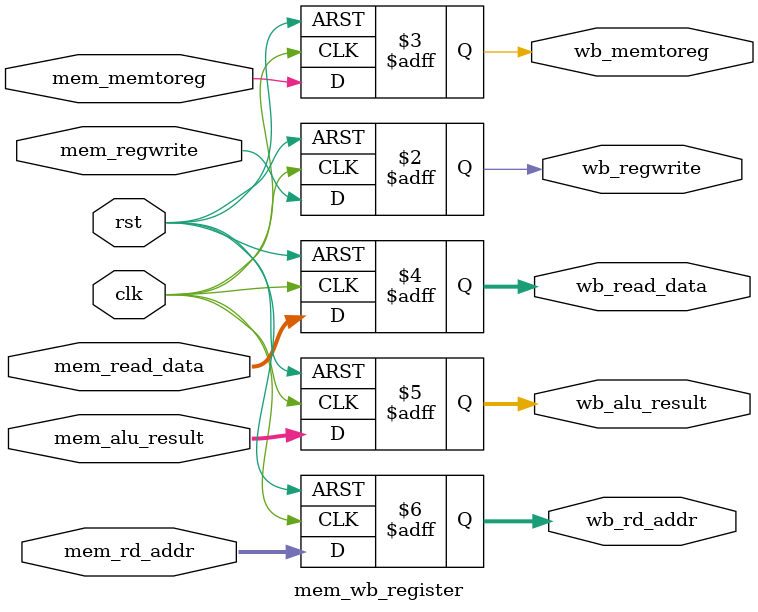
<source format=v>
module mem_wb_register #(
    parameter XLEN = 32,
    parameter NOP_RD_ADDR = 5'b00000 
) (
    input wire clk,
    input wire rst, 

    // --- Inputs from Memory Stage (MEM) ---
    // Control Signals for WB stage
    input wire        mem_regwrite, // Write to register file in WB? (Pass through)
    input wire        mem_memtoreg, // MUX selector for WB data source (Pass through)

    // Data Results from MEM stage
    input wire [XLEN-1:0] mem_read_data,  // Data read from Data Memory (for LW, LH, LB)
    input wire [XLEN-1:0] mem_alu_result, // Result from ALU (passed through EX/MEM)
    input wire [4:0]      mem_rd_addr,    // Destination register address (passed through EX/MEM)

    // --- Outputs to Writeback Stage (WB) ---
    // Control Signals
    output reg        wb_regwrite,
    output reg        wb_memtoreg,

    // Data Results
    output reg [XLEN-1:0] wb_read_data,
    output reg [XLEN-1:0] wb_alu_result,
    output reg [4:0]      wb_rd_addr
);

    localparam NOP_REGWRITE = 1'b0;
    localparam NOP_MEMTOREG = 1'b0; 

    always @(posedge clk or posedge rst) begin
        if (rst) begin
            // Reset control signals to safe NOP values
            wb_regwrite   <= NOP_REGWRITE;
            wb_memtoreg   <= NOP_MEMTOREG;
            // Reset data/address outputs
            wb_read_data  <= {XLEN{1'b0}};
            wb_alu_result <= {XLEN{1'b0}};
            wb_rd_addr    <= NOP_RD_ADDR; // Target x0
        end
        else begin
            // Pass control signals needed for WB
            wb_regwrite   <= mem_regwrite;
            wb_memtoreg   <= mem_memtoreg;
            // Pass data values needed for WB
            wb_read_data  <= mem_read_data;  // Pass data read from memory
            wb_alu_result <= mem_alu_result; // Pass ALU result
            wb_rd_addr    <= mem_rd_addr;    // Pass destination address
        end
    end
endmodule
</source>
